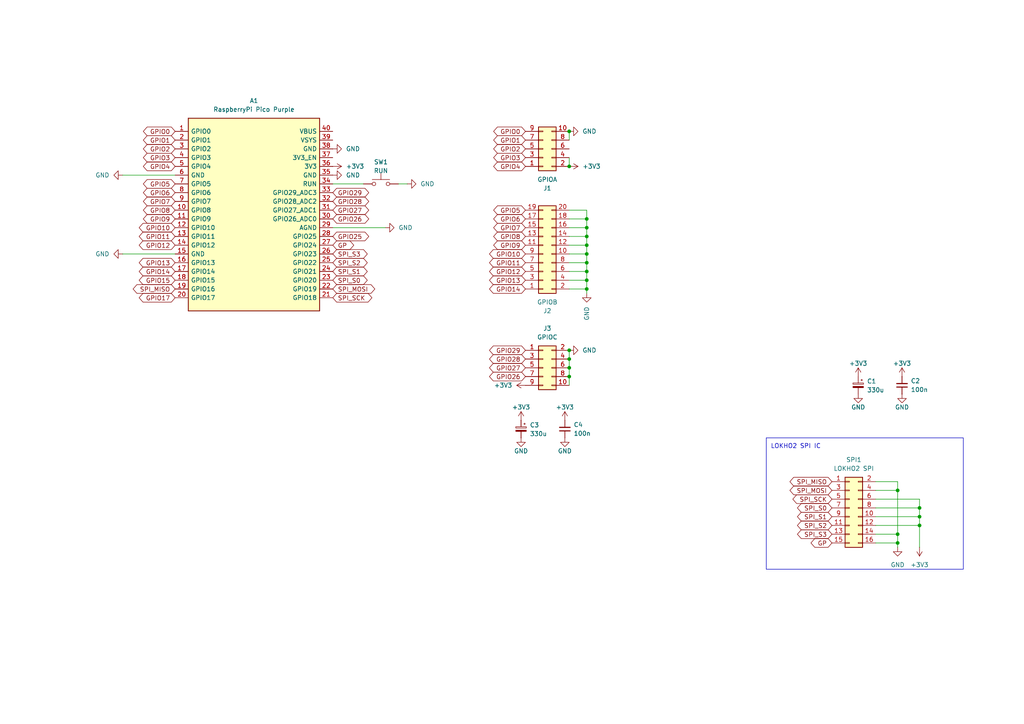
<source format=kicad_sch>
(kicad_sch (version 20250114) (generator "eeschema") (generator_version "9.0")
  (paper "A4")
  (lib_symbols
    (symbol "Connector_Generic:Conn_02x05_Odd_Even" (pin_names (offset 1.016) (hide yes))
      (property "Reference" "J" (at 1.27 7.62 0))
      (property "Value" "Conn_02x05_Odd_Even" (at 1.27 -7.62 0))
      (symbol "Conn_02x05_Odd_Even_1_1"
        (rectangle (start -1.27 6.35) (end 3.81 -6.35) (stroke (width 0.254)) (fill (type background)))
        (rectangle (start -1.27 5.207) (end 0 4.953) (stroke (width 0.1524)))
        (rectangle (start -1.27 2.667) (end 0 2.413) (stroke (width 0.1524)))
        (rectangle (start -1.27 0.127) (end 0 -0.127) (stroke (width 0.1524)))
        (rectangle (start -1.27 -2.413) (end 0 -2.667) (stroke (width 0.1524)))
        (rectangle (start -1.27 -4.953) (end 0 -5.207) (stroke (width 0.1524)))
        (rectangle (start 3.81 5.207) (end 2.54 4.953) (stroke (width 0.1524)))
        (rectangle (start 3.81 2.667) (end 2.54 2.413) (stroke (width 0.1524)))
        (rectangle (start 3.81 0.127) (end 2.54 -0.127) (stroke (width 0.1524)))
        (rectangle (start 3.81 -2.413) (end 2.54 -2.667) (stroke (width 0.1524)))
        (rectangle (start 3.81 -4.953) (end 2.54 -5.207) (stroke (width 0.1524)))
        (pin passive line (at -5.08 5.08 0) (length 3.81) (name "Pin_1") (number "1"))
        (pin passive line (at -5.08 2.54 0) (length 3.81) (name "Pin_3") (number "3"))
        (pin passive line (at -5.08 0 0) (length 3.81) (name "Pin_5") (number "5"))
        (pin passive line (at -5.08 -2.54 0) (length 3.81) (name "Pin_7") (number "7"))
        (pin passive line (at -5.08 -5.08 0) (length 3.81) (name "Pin_9") (number "9"))
        (pin passive line (at 7.62 5.08 180) (length 3.81) (name "Pin_2") (number "2"))
        (pin passive line (at 7.62 2.54 180) (length 3.81) (name "Pin_4") (number "4"))
        (pin passive line (at 7.62 0 180) (length 3.81) (name "Pin_6") (number "6"))
        (pin passive line (at 7.62 -2.54 180) (length 3.81) (name "Pin_8") (number "8"))
        (pin passive line (at 7.62 -5.08 180) (length 3.81) (name "Pin_10") (number "10"))
      )
    )
    (symbol "Connector_Generic:Conn_02x08_Odd_Even" (pin_names (offset 1.016) (hide yes))
      (property "Reference" "J" (at 1.27 10.16 0))
      (property "Value" "Conn_02x08_Odd_Even" (at 1.27 -12.7 0))
      (symbol "Conn_02x08_Odd_Even_1_1"
        (rectangle (start -1.27 8.89) (end 3.81 -11.43) (stroke (width 0.254)) (fill (type background)))
        (rectangle (start -1.27 7.747) (end 0 7.493) (stroke (width 0.1524)))
        (rectangle (start -1.27 5.207) (end 0 4.953) (stroke (width 0.1524)))
        (rectangle (start -1.27 2.667) (end 0 2.413) (stroke (width 0.1524)))
        (rectangle (start -1.27 0.127) (end 0 -0.127) (stroke (width 0.1524)))
        (rectangle (start -1.27 -2.413) (end 0 -2.667) (stroke (width 0.1524)))
        (rectangle (start -1.27 -4.953) (end 0 -5.207) (stroke (width 0.1524)))
        (rectangle (start -1.27 -7.493) (end 0 -7.747) (stroke (width 0.1524)))
        (rectangle (start -1.27 -10.033) (end 0 -10.287) (stroke (width 0.1524)))
        (rectangle (start 3.81 7.747) (end 2.54 7.493) (stroke (width 0.1524)))
        (rectangle (start 3.81 5.207) (end 2.54 4.953) (stroke (width 0.1524)))
        (rectangle (start 3.81 2.667) (end 2.54 2.413) (stroke (width 0.1524)))
        (rectangle (start 3.81 0.127) (end 2.54 -0.127) (stroke (width 0.1524)))
        (rectangle (start 3.81 -2.413) (end 2.54 -2.667) (stroke (width 0.1524)))
        (rectangle (start 3.81 -4.953) (end 2.54 -5.207) (stroke (width 0.1524)))
        (rectangle (start 3.81 -7.493) (end 2.54 -7.747) (stroke (width 0.1524)))
        (rectangle (start 3.81 -10.033) (end 2.54 -10.287) (stroke (width 0.1524)))
        (pin passive line (at -5.08 7.62 0) (length 3.81) (name "Pin_1") (number "1"))
        (pin passive line (at -5.08 5.08 0) (length 3.81) (name "Pin_3") (number "3"))
        (pin passive line (at -5.08 2.54 0) (length 3.81) (name "Pin_5") (number "5"))
        (pin passive line (at -5.08 0 0) (length 3.81) (name "Pin_7") (number "7"))
        (pin passive line (at -5.08 -2.54 0) (length 3.81) (name "Pin_9") (number "9"))
        (pin passive line (at -5.08 -5.08 0) (length 3.81) (name "Pin_11") (number "11"))
        (pin passive line (at -5.08 -7.62 0) (length 3.81) (name "Pin_13") (number "13"))
        (pin passive line (at -5.08 -10.16 0) (length 3.81) (name "Pin_15") (number "15"))
        (pin passive line (at 7.62 7.62 180) (length 3.81) (name "Pin_2") (number "2"))
        (pin passive line (at 7.62 5.08 180) (length 3.81) (name "Pin_4") (number "4"))
        (pin passive line (at 7.62 2.54 180) (length 3.81) (name "Pin_6") (number "6"))
        (pin passive line (at 7.62 0 180) (length 3.81) (name "Pin_8") (number "8"))
        (pin passive line (at 7.62 -2.54 180) (length 3.81) (name "Pin_10") (number "10"))
        (pin passive line (at 7.62 -5.08 180) (length 3.81) (name "Pin_12") (number "12"))
        (pin passive line (at 7.62 -7.62 180) (length 3.81) (name "Pin_14") (number "14"))
        (pin passive line (at 7.62 -10.16 180) (length 3.81) (name "Pin_16") (number "16"))
      )
    )
    (symbol "Connector_Generic:Conn_02x10_Odd_Even" (pin_names (offset 1.016) (hide yes))
      (property "Reference" "J" (at 1.27 12.7 0))
      (property "Value" "Conn_02x10_Odd_Even" (at 1.27 -15.24 0))
      (symbol "Conn_02x10_Odd_Even_1_1"
        (rectangle (start -1.27 11.43) (end 3.81 -13.97) (stroke (width 0.254)) (fill (type background)))
        (rectangle (start -1.27 10.287) (end 0 10.033) (stroke (width 0.1524)))
        (rectangle (start -1.27 7.747) (end 0 7.493) (stroke (width 0.1524)))
        (rectangle (start -1.27 5.207) (end 0 4.953) (stroke (width 0.1524)))
        (rectangle (start -1.27 2.667) (end 0 2.413) (stroke (width 0.1524)))
        (rectangle (start -1.27 0.127) (end 0 -0.127) (stroke (width 0.1524)))
        (rectangle (start -1.27 -2.413) (end 0 -2.667) (stroke (width 0.1524)))
        (rectangle (start -1.27 -4.953) (end 0 -5.207) (stroke (width 0.1524)))
        (rectangle (start -1.27 -7.493) (end 0 -7.747) (stroke (width 0.1524)))
        (rectangle (start -1.27 -10.033) (end 0 -10.287) (stroke (width 0.1524)))
        (rectangle (start -1.27 -12.573) (end 0 -12.827) (stroke (width 0.1524)))
        (rectangle (start 3.81 10.287) (end 2.54 10.033) (stroke (width 0.1524)))
        (rectangle (start 3.81 7.747) (end 2.54 7.493) (stroke (width 0.1524)))
        (rectangle (start 3.81 5.207) (end 2.54 4.953) (stroke (width 0.1524)))
        (rectangle (start 3.81 2.667) (end 2.54 2.413) (stroke (width 0.1524)))
        (rectangle (start 3.81 0.127) (end 2.54 -0.127) (stroke (width 0.1524)))
        (rectangle (start 3.81 -2.413) (end 2.54 -2.667) (stroke (width 0.1524)))
        (rectangle (start 3.81 -4.953) (end 2.54 -5.207) (stroke (width 0.1524)))
        (rectangle (start 3.81 -7.493) (end 2.54 -7.747) (stroke (width 0.1524)))
        (rectangle (start 3.81 -10.033) (end 2.54 -10.287) (stroke (width 0.1524)))
        (rectangle (start 3.81 -12.573) (end 2.54 -12.827) (stroke (width 0.1524)))
        (pin passive line (at -5.08 10.16 0) (length 3.81) (name "Pin_1") (number "1"))
        (pin passive line (at -5.08 7.62 0) (length 3.81) (name "Pin_3") (number "3"))
        (pin passive line (at -5.08 5.08 0) (length 3.81) (name "Pin_5") (number "5"))
        (pin passive line (at -5.08 2.54 0) (length 3.81) (name "Pin_7") (number "7"))
        (pin passive line (at -5.08 0 0) (length 3.81) (name "Pin_9") (number "9"))
        (pin passive line (at -5.08 -2.54 0) (length 3.81) (name "Pin_11") (number "11"))
        (pin passive line (at -5.08 -5.08 0) (length 3.81) (name "Pin_13") (number "13"))
        (pin passive line (at -5.08 -7.62 0) (length 3.81) (name "Pin_15") (number "15"))
        (pin passive line (at -5.08 -10.16 0) (length 3.81) (name "Pin_17") (number "17"))
        (pin passive line (at -5.08 -12.7 0) (length 3.81) (name "Pin_19") (number "19"))
        (pin passive line (at 7.62 10.16 180) (length 3.81) (name "Pin_2") (number "2"))
        (pin passive line (at 7.62 7.62 180) (length 3.81) (name "Pin_4") (number "4"))
        (pin passive line (at 7.62 5.08 180) (length 3.81) (name "Pin_6") (number "6"))
        (pin passive line (at 7.62 2.54 180) (length 3.81) (name "Pin_8") (number "8"))
        (pin passive line (at 7.62 0 180) (length 3.81) (name "Pin_10") (number "10"))
        (pin passive line (at 7.62 -2.54 180) (length 3.81) (name "Pin_12") (number "12"))
        (pin passive line (at 7.62 -5.08 180) (length 3.81) (name "Pin_14") (number "14"))
        (pin passive line (at 7.62 -7.62 180) (length 3.81) (name "Pin_16") (number "16"))
        (pin passive line (at 7.62 -10.16 180) (length 3.81) (name "Pin_18") (number "18"))
        (pin passive line (at 7.62 -12.7 180) (length 3.81) (name "Pin_20") (number "20"))
      )
    )
    (symbol "Device:C_Polarized_Small" (pin_numbers (hide yes)) (pin_names (offset 0.254) (hide yes))
      (property "Reference" "C" (at 0.254 1.778 0))
      (property "Value" "C_Polarized_Small" (at 0.254 -2.032 0))
      (symbol "C_Polarized_Small_0_1"
        (rectangle (start -1.524 0.6858) (end 1.524 0.3048))
        (rectangle (start -1.524 -0.3048) (end 1.524 -0.6858) (fill (type outline)))
        (polyline (pts (xy -1.27 1.524) (xy -0.762 1.524)))
        (polyline (pts (xy -1.016 1.27) (xy -1.016 1.778)))
      )
      (symbol "C_Polarized_Small_1_1"
        (pin passive line (at 0 2.54 270) (length 1.8542) (name "~") (number "1"))
        (pin passive line (at 0 -2.54 90) (length 1.8542) (name "~") (number "2"))
      )
    )
    (symbol "Device:C_Small" (pin_numbers (hide yes)) (pin_names (offset 0.254) (hide yes))
      (property "Reference" "C" (at 0.254 1.778 0))
      (property "Value" "C_Small" (at 0.254 -2.032 0))
      (symbol "C_Small_0_1"
        (polyline (pts (xy -1.524 0.508) (xy 1.524 0.508)) (stroke (width 0.3048)))
        (polyline (pts (xy -1.524 -0.508) (xy 1.524 -0.508)) (stroke (width 0.3302)))
      )
      (symbol "C_Small_1_1"
        (pin passive line (at 0 2.54 270) (length 2.032) (name "~") (number "1"))
        (pin passive line (at 0 -2.54 90) (length 2.032) (name "~") (number "2"))
      )
    )
    (symbol "Switch:SW_Push" (pin_numbers (hide yes)) (pin_names (offset 1.016) (hide yes))
      (property "Reference" "SW" (at 1.27 2.54 0))
      (property "Value" "SW_Push" (at 0 -1.524 0))
      (symbol "SW_Push_0_1"
        (circle (center -2.032 0) (radius 0.508))
        (polyline (pts (xy 0 1.27) (xy 0 3.048)))
        (circle (center 2.032 0) (radius 0.508))
        (polyline (pts (xy 2.54 1.27) (xy -2.54 1.27)))
        (pin passive line (at -5.08 0 0) (length 2.54) (name "1") (number "1"))
        (pin passive line (at 5.08 0 180) (length 2.54) (name "2") (number "2"))
      )
    )
    (symbol "jb_missing:RaspberryPi_Pico_Purple" (pin_names (offset 0.762))
      (property "Reference" "A" (at -19.05 35.56 0))
      (property "Value" "RaspberryPi Pico Purple" (at -12.192 35.814 0))
      (symbol "RaspberryPi_Pico_Purple_0_1"
        (rectangle (start -19.05 34.29) (end 19.05 -21.59) (stroke (width 0.254)) (fill (type background)))
      )
      (symbol "RaspberryPi_Pico_Purple_1_1"
        (pin bidirectional line (at -22.86 30.48 0) (length 3.81) (name "GPIO0") (number "1"))
        (pin bidirectional line (at -22.86 27.94 0) (length 3.81) (name "GPIO1") (number "2"))
        (pin bidirectional line (at -22.86 25.4 0) (length 3.81) (name "GPIO2") (number "3"))
        (pin bidirectional line (at -22.86 22.86 0) (length 3.81) (name "GPIO3") (number "4"))
        (pin bidirectional line (at -22.86 20.32 0) (length 3.81) (name "GPIO4") (number "5"))
        (pin power_out line (at -22.86 17.78 0) (length 3.81) (name "GND") (number "6"))
        (pin bidirectional line (at -22.86 15.24 0) (length 3.81) (name "GPIO5") (number "7"))
        (pin bidirectional line (at -22.86 12.7 0) (length 3.81) (name "GPIO6") (number "8"))
        (pin bidirectional line (at -22.86 10.16 0) (length 3.81) (name "GPIO7") (number "9"))
        (pin bidirectional line (at -22.86 7.62 0) (length 3.81) (name "GPIO8") (number "10"))
        (pin bidirectional line (at -22.86 5.08 0) (length 3.81) (name "GPIO9") (number "11"))
        (pin bidirectional line (at -22.86 2.54 0) (length 3.81) (name "GPIO10") (number "12"))
        (pin bidirectional line (at -22.86 0 0) (length 3.81) (name "GPIO11") (number "13"))
        (pin bidirectional line (at -22.86 -2.54 0) (length 3.81) (name "GPIO12") (number "14"))
        (pin power_out line (at -22.86 -5.08 0) (length 3.81) (name "GND") (number "15"))
        (pin bidirectional line (at -22.86 -7.62 0) (length 3.81) (name "GPIO13") (number "16"))
        (pin bidirectional line (at -22.86 -10.16 0) (length 3.81) (name "GPIO14") (number "17"))
        (pin bidirectional line (at -22.86 -12.7 0) (length 3.81) (name "GPIO15") (number "18"))
        (pin bidirectional line (at -22.86 -15.24 0) (length 3.81) (name "GPIO16") (number "19"))
        (pin bidirectional line (at -22.86 -17.78 0) (length 3.81) (name "GPIO17") (number "20"))
        (pin power_out line (at 22.86 30.48 180) (length 3.81) (name "VBUS") (number "40"))
        (pin power_in line (at 22.86 27.94 180) (length 3.81) (name "VSYS") (number "39"))
        (pin power_out line (at 22.86 25.4 180) (length 3.81) (name "GND") (number "38"))
        (pin passive line (at 22.86 22.86 180) (length 3.81) (name "3V3_EN") (number "37"))
        (pin power_out line (at 22.86 20.32 180) (length 3.81) (name "3V3") (number "36"))
        (pin power_out line (at 22.86 17.78 180) (length 3.81) (name "GND") (number "35"))
        (pin passive line (at 22.86 15.24 180) (length 3.81) (name "RUN") (number "34"))
        (pin bidirectional line (at 22.86 12.7 180) (length 3.81) (name "GPIO29_ADC3") (number "33"))
        (pin bidirectional line (at 22.86 10.16 180) (length 3.81) (name "GPIO28_ADC2") (number "32"))
        (pin bidirectional line (at 22.86 7.62 180) (length 3.81) (name "GPIO27_ADC1") (number "31"))
        (pin bidirectional line (at 22.86 5.08 180) (length 3.81) (name "GPIO26_ADC0") (number "30"))
        (pin power_out line (at 22.86 2.54 180) (length 3.81) (name "AGND") (number "29"))
        (pin bidirectional line (at 22.86 0 180) (length 3.81) (name "GPIO25") (number "28"))
        (pin bidirectional line (at 22.86 -2.54 180) (length 3.81) (name "GPIO24") (number "27"))
        (pin bidirectional line (at 22.86 -5.08 180) (length 3.81) (name "GPIO23") (number "26"))
        (pin bidirectional line (at 22.86 -7.62 180) (length 3.81) (name "GPIO22") (number "25"))
        (pin bidirectional line (at 22.86 -10.16 180) (length 3.81) (name "GPIO21") (number "24"))
        (pin bidirectional line (at 22.86 -12.7 180) (length 3.81) (name "GPIO20") (number "23"))
        (pin bidirectional line (at 22.86 -15.24 180) (length 3.81) (name "GPIO19") (number "22"))
        (pin bidirectional line (at 22.86 -17.78 180) (length 3.81) (name "GPIO18") (number "21"))
      )
    )
    (symbol "power:+3V3" (power) (pin_numbers (hide yes)) (pin_names (offset 0) (hide yes))
      (property "Value" "+3V3" (at 0 3.556 0))
      (symbol "+3V3_0_1"
        (polyline (pts (xy -0.762 1.27) (xy 0 2.54)))
        (polyline (pts (xy 0 2.54) (xy 0.762 1.27)))
        (polyline (pts (xy 0 0) (xy 0 2.54)))
      )
      (symbol "+3V3_1_1"
        (pin power_in line (at 0 0 90) (length 0) (name "~") (number "1"))
      )
    )
    (symbol "power:GND" (power) (pin_numbers (hide yes)) (pin_names (offset 0) (hide yes))
      (property "Value" "GND" (at 0 -3.81 0))
      (symbol "GND_0_1"
        (polyline (pts (xy 0 0) (xy 0 -1.27) (xy 1.27 -1.27) (xy 0 -2.54) (xy -1.27 -1.27) (xy 0 -1.27)))
      )
      (symbol "GND_1_1"
        (pin power_in line (at 0 0 270) (length 0) (name "~") (number "1"))
      )
    )
  )
  (rectangle (start 222.25 127) (end 279.4 165.1))
  (text "LOKHO2 SPI IC" (at 223.52 129.54 0) (effects (font (size 1.27 1.27)) (justify left)))
  (junction (at 165.1 106.68))
  (junction (at 266.7 152.4))
  (junction (at 165.1 104.14))
  (junction (at 170.18 76.2))
  (junction (at 170.18 71.12))
  (junction (at 170.18 78.74))
  (junction (at 165.1 48.26))
  (junction (at 165.1 38.1))
  (junction (at 170.18 81.28))
  (junction (at 165.1 109.22))
  (junction (at 165.1 101.6))
  (junction (at 170.18 63.5))
  (junction (at 170.18 66.04))
  (junction (at 266.7 149.86))
  (junction (at 266.7 147.32))
  (junction (at 170.18 73.66))
  (junction (at 260.35 142.24))
  (junction (at 170.18 83.82))
  (junction (at 260.35 154.94))
  (junction (at 170.18 68.58))
  (junction (at 260.35 157.48))
  (wire (pts (xy 165.1 81.28) (xy 170.18 81.28)))
  (wire (pts (xy 165.1 38.1) (xy 165.1 40.64)))
  (wire (pts (xy 170.18 60.96) (xy 165.1 60.96)))
  (wire (pts (xy 266.7 147.32) (xy 266.7 149.86)))
  (wire (pts (xy 105.41 53.34) (xy 96.52 53.34)))
  (wire (pts (xy 165.1 83.82) (xy 170.18 83.82)))
  (wire (pts (xy 266.7 144.78) (xy 266.7 147.32)))
  (wire (pts (xy 170.18 68.58) (xy 170.18 66.04)))
  (wire (pts (xy 260.35 139.7) (xy 260.35 142.24)))
  (wire (pts (xy 254 154.94) (xy 260.35 154.94)))
  (wire (pts (xy 165.1 63.5) (xy 170.18 63.5)))
  (wire (pts (xy 254 152.4) (xy 266.7 152.4)))
  (wire (pts (xy 260.35 157.48) (xy 254 157.48)))
  (wire (pts (xy 50.8 50.8) (xy 35.56 50.8)))
  (wire (pts (xy 165.1 104.14) (xy 165.1 106.68)))
  (wire (pts (xy 165.1 76.2) (xy 170.18 76.2)))
  (wire (pts (xy 170.18 85.09) (xy 170.18 83.82)))
  (wire (pts (xy 254 147.32) (xy 266.7 147.32)))
  (wire (pts (xy 260.35 158.75) (xy 260.35 157.48)))
  (wire (pts (xy 254 142.24) (xy 260.35 142.24)))
  (wire (pts (xy 50.8 73.66) (xy 35.56 73.66)))
  (wire (pts (xy 165.1 66.04) (xy 170.18 66.04)))
  (wire (pts (xy 165.1 78.74) (xy 170.18 78.74)))
  (wire (pts (xy 165.1 71.12) (xy 170.18 71.12)))
  (wire (pts (xy 254 144.78) (xy 266.7 144.78)))
  (wire (pts (xy 254 149.86) (xy 266.7 149.86)))
  (wire (pts (xy 260.35 154.94) (xy 260.35 157.48)))
  (wire (pts (xy 170.18 81.28) (xy 170.18 78.74)))
  (wire (pts (xy 266.7 152.4) (xy 266.7 149.86)))
  (wire (pts (xy 170.18 76.2) (xy 170.18 73.66)))
  (wire (pts (xy 170.18 78.74) (xy 170.18 76.2)))
  (wire (pts (xy 170.18 63.5) (xy 170.18 60.96)))
  (wire (pts (xy 254 139.7) (xy 260.35 139.7)))
  (wire (pts (xy 170.18 83.82) (xy 170.18 81.28)))
  (wire (pts (xy 118.11 53.34) (xy 115.57 53.34)))
  (wire (pts (xy 170.18 73.66) (xy 170.18 71.12)))
  (wire (pts (xy 165.1 68.58) (xy 170.18 68.58)))
  (wire (pts (xy 260.35 142.24) (xy 260.35 154.94)))
  (wire (pts (xy 165.1 101.6) (xy 165.1 104.14)))
  (wire (pts (xy 266.7 158.75) (xy 266.7 152.4)))
  (wire (pts (xy 165.1 106.68) (xy 165.1 109.22)))
  (wire (pts (xy 170.18 71.12) (xy 170.18 68.58)))
  (wire (pts (xy 165.1 45.72) (xy 165.1 48.26)))
  (wire (pts (xy 170.18 66.04) (xy 170.18 63.5)))
  (wire (pts (xy 165.1 109.22) (xy 165.1 111.76)))
  (wire (pts (xy 96.52 66.04) (xy 111.76 66.04)))
  (wire (pts (xy 165.1 73.66) (xy 170.18 73.66)))
  (global_label "GPIO27" (shape bidirectional) (at 152.4 106.68 180) (property "Intersheetrefs" "${INTERSHEET_REFS}" (effects (hide yes))))
  (global_label "GPIO14" (shape bidirectional) (at 50.8 78.74 180) (property "Intersheetrefs" "${INTERSHEET_REFS}" (effects (hide yes))))
  (global_label "GPIO6" (shape bidirectional) (at 50.8 55.88 180) (property "Intersheetrefs" "${INTERSHEET_REFS}" (effects (hide yes))))
  (global_label "GPIO12" (shape bidirectional) (at 50.8 71.12 180) (property "Intersheetrefs" "${INTERSHEET_REFS}" (effects (hide yes))))
  (global_label "GPIO29" (shape bidirectional) (at 152.4 101.6 180) (property "Intersheetrefs" "${INTERSHEET_REFS}" (effects (hide yes))))
  (global_label "SPI_SCK" (shape bidirectional) (at 96.52 86.36 0) (property "Intersheetrefs" "${INTERSHEET_REFS}" (effects (hide yes))))
  (global_label "GPIO13" (shape bidirectional) (at 50.8 76.2 180) (property "Intersheetrefs" "${INTERSHEET_REFS}" (effects (hide yes))))
  (global_label "GPIO7" (shape bidirectional) (at 50.8 58.42 180) (property "Intersheetrefs" "${INTERSHEET_REFS}" (effects (hide yes))))
  (global_label "GPIO5" (shape bidirectional) (at 152.4 60.96 180) (property "Intersheetrefs" "${INTERSHEET_REFS}" (effects (hide yes))))
  (global_label "GPIO6" (shape bidirectional) (at 152.4 63.5 180) (property "Intersheetrefs" "${INTERSHEET_REFS}" (effects (hide yes))))
  (global_label "GPIO3" (shape bidirectional) (at 152.4 45.72 180) (property "Intersheetrefs" "${INTERSHEET_REFS}" (effects (hide yes))))
  (global_label "SPI_S0" (shape bidirectional) (at 96.52 81.28 0) (property "Intersheetrefs" "${INTERSHEET_REFS}" (effects (hide yes))))
  (global_label "SPI_S3" (shape bidirectional) (at 96.52 73.66 0) (property "Intersheetrefs" "${INTERSHEET_REFS}" (effects (hide yes))))
  (global_label "GPIO8" (shape bidirectional) (at 152.4 68.58 180) (property "Intersheetrefs" "${INTERSHEET_REFS}" (effects (hide yes))))
  (global_label "GPIO26" (shape bidirectional) (at 96.52 63.5 0) (property "Intersheetrefs" "${INTERSHEET_REFS}" (effects (hide yes))))
  (global_label "GPIO10" (shape bidirectional) (at 152.4 73.66 180) (property "Intersheetrefs" "${INTERSHEET_REFS}" (effects (hide yes))))
  (global_label "SPI_S3" (shape bidirectional) (at 241.3 154.94 180) (property "Intersheetrefs" "${INTERSHEET_REFS}" (effects (hide yes))))
  (global_label "GPIO28" (shape bidirectional) (at 152.4 104.14 180) (property "Intersheetrefs" "${INTERSHEET_REFS}" (effects (hide yes))))
  (global_label "GPIO8" (shape bidirectional) (at 50.8 60.96 180) (property "Intersheetrefs" "${INTERSHEET_REFS}" (effects (hide yes))))
  (global_label "GPIO12" (shape bidirectional) (at 152.4 78.74 180) (property "Intersheetrefs" "${INTERSHEET_REFS}" (effects (hide yes))))
  (global_label "SPI_S2" (shape bidirectional) (at 96.52 76.2 0) (property "Intersheetrefs" "${INTERSHEET_REFS}" (effects (hide yes))))
  (global_label "GP" (shape bidirectional) (at 96.52 71.12 0) (property "Intersheetrefs" "${INTERSHEET_REFS}" (effects (hide yes))))
  (global_label "SPI_MISO" (shape bidirectional) (at 241.3 139.7 180) (property "Intersheetrefs" "${INTERSHEET_REFS}" (effects (hide yes))))
  (global_label "GPIO15" (shape bidirectional) (at 50.8 81.28 180) (property "Intersheetrefs" "${INTERSHEET_REFS}" (effects (hide yes))))
  (global_label "SPI_S1" (shape bidirectional) (at 96.52 78.74 0) (property "Intersheetrefs" "${INTERSHEET_REFS}" (effects (hide yes))))
  (global_label "GPIO4" (shape bidirectional) (at 152.4 48.26 180) (property "Intersheetrefs" "${INTERSHEET_REFS}" (effects (hide yes))))
  (global_label "GPIO11" (shape bidirectional) (at 152.4 76.2 180) (property "Intersheetrefs" "${INTERSHEET_REFS}" (effects (hide yes))))
  (global_label "GPIO1" (shape bidirectional) (at 152.4 40.64 180) (property "Intersheetrefs" "${INTERSHEET_REFS}" (effects (hide yes))))
  (global_label "GPIO1" (shape bidirectional) (at 50.8 40.64 180) (property "Intersheetrefs" "${INTERSHEET_REFS}" (effects (hide yes))))
  (global_label "GPIO10" (shape bidirectional) (at 50.8 66.04 180) (property "Intersheetrefs" "${INTERSHEET_REFS}" (effects (hide yes))))
  (global_label "GPIO7" (shape bidirectional) (at 152.4 66.04 180) (property "Intersheetrefs" "${INTERSHEET_REFS}" (effects (hide yes))))
  (global_label "GPIO17" (shape bidirectional) (at 50.8 86.36 180) (property "Intersheetrefs" "${INTERSHEET_REFS}" (effects (hide yes))))
  (global_label "SPI_S1" (shape bidirectional) (at 241.3 149.86 180) (property "Intersheetrefs" "${INTERSHEET_REFS}" (effects (hide yes))))
  (global_label "GPIO27" (shape bidirectional) (at 96.52 60.96 0) (property "Intersheetrefs" "${INTERSHEET_REFS}" (effects (hide yes))))
  (global_label "GPIO13" (shape bidirectional) (at 152.4 81.28 180) (property "Intersheetrefs" "${INTERSHEET_REFS}" (effects (hide yes))))
  (global_label "GPIO2" (shape bidirectional) (at 50.8 43.18 180) (property "Intersheetrefs" "${INTERSHEET_REFS}" (effects (hide yes))))
  (global_label "GPIO9" (shape bidirectional) (at 152.4 71.12 180) (property "Intersheetrefs" "${INTERSHEET_REFS}" (effects (hide yes))))
  (global_label "GPIO11" (shape bidirectional) (at 50.8 68.58 180) (property "Intersheetrefs" "${INTERSHEET_REFS}" (effects (hide yes))))
  (global_label "GPIO4" (shape bidirectional) (at 50.8 48.26 180) (property "Intersheetrefs" "${INTERSHEET_REFS}" (effects (hide yes))))
  (global_label "GPIO5" (shape bidirectional) (at 50.8 53.34 180) (property "Intersheetrefs" "${INTERSHEET_REFS}" (effects (hide yes))))
  (global_label "GPIO29" (shape bidirectional) (at 96.52 55.88 0) (property "Intersheetrefs" "${INTERSHEET_REFS}" (effects (hide yes))))
  (global_label "SPI_SCK" (shape bidirectional) (at 241.3 144.78 180) (property "Intersheetrefs" "${INTERSHEET_REFS}" (effects (hide yes))))
  (global_label "GPIO0" (shape bidirectional) (at 152.4 38.1 180) (property "Intersheetrefs" "${INTERSHEET_REFS}" (effects (hide yes))))
  (global_label "GPIO9" (shape bidirectional) (at 50.8 63.5 180) (property "Intersheetrefs" "${INTERSHEET_REFS}" (effects (hide yes))))
  (global_label "GPIO2" (shape bidirectional) (at 152.4 43.18 180) (property "Intersheetrefs" "${INTERSHEET_REFS}" (effects (hide yes))))
  (global_label "SPI_MOSI" (shape bidirectional) (at 96.52 83.82 0) (property "Intersheetrefs" "${INTERSHEET_REFS}" (effects (hide yes))))
  (global_label "GPIO14" (shape bidirectional) (at 152.4 83.82 180) (property "Intersheetrefs" "${INTERSHEET_REFS}" (effects (hide yes))))
  (global_label "GPIO28" (shape bidirectional) (at 96.52 58.42 0) (property "Intersheetrefs" "${INTERSHEET_REFS}" (effects (hide yes))))
  (global_label "GP" (shape bidirectional) (at 241.3 157.48 180) (property "Intersheetrefs" "${INTERSHEET_REFS}" (effects (hide yes))))
  (global_label "GPIO26" (shape bidirectional) (at 152.4 109.22 180) (property "Intersheetrefs" "${INTERSHEET_REFS}" (effects (hide yes))))
  (global_label "GPIO0" (shape bidirectional) (at 50.8 38.1 180) (property "Intersheetrefs" "${INTERSHEET_REFS}" (effects (hide yes))))
  (global_label "GPIO25" (shape bidirectional) (at 96.52 68.58 0) (property "Intersheetrefs" "${INTERSHEET_REFS}" (effects (hide yes))))
  (global_label "SPI_S2" (shape bidirectional) (at 241.3 152.4 180) (property "Intersheetrefs" "${INTERSHEET_REFS}" (effects (hide yes))))
  (global_label "SPI_MOSI" (shape bidirectional) (at 241.3 142.24 180) (property "Intersheetrefs" "${INTERSHEET_REFS}" (effects (hide yes))))
  (global_label "SPI_MISO" (shape bidirectional) (at 50.8 83.82 180) (property "Intersheetrefs" "${INTERSHEET_REFS}" (effects (hide yes))))
  (global_label "SPI_S0" (shape bidirectional) (at 241.3 147.32 180) (property "Intersheetrefs" "${INTERSHEET_REFS}" (effects (hide yes))))
  (global_label "GPIO3" (shape bidirectional) (at 50.8 45.72 180) (property "Intersheetrefs" "${INTERSHEET_REFS}" (effects (hide yes))))
  (symbol (lib_id "power:GND") (at 165.1 38.1 90) (mirror x) (unit 1)
    (property "Reference" "#PWR08" (effects (hide yes)))
    (property "Value" "GND" (at 168.91 38.1 90) (effects (justify right)))
  )
  (symbol (lib_id "power:GND") (at 96.52 43.18 90) (mirror x) (unit 1)
    (property "Reference" "#PWR03" (effects (hide yes)))
    (property "Value" "GND" (at 100.33 43.18 90) (effects (justify right)))
  )
  (symbol (lib_id "power:+3V3") (at 163.83 121.92 0) (unit 1)
    (property "Reference" "#PWR015" (effects (hide yes)))
    (property "Value" "+3V3" (at 163.83 118.11 0))
  )
  (symbol (lib_id "power:GND") (at 261.62 114.3 0) (unit 1)
    (property "Reference" "#PWR0106" (effects (hide yes)))
    (property "Value" "GND" (at 261.62 118.11 0))
  )
  (symbol (lib_id "power:GND") (at 165.1 101.6 90) (mirror x) (unit 1)
    (property "Reference" "#PWR010" (effects (hide yes)))
    (property "Value" "GND" (at 168.91 101.6 90) (effects (justify right)))
  )
  (symbol (lib_id "power:GND") (at 118.11 53.34 90) (mirror x) (unit 1)
    (property "Reference" "#PWR06" (effects (hide yes)))
    (property "Value" "GND" (at 121.92 53.34 90) (effects (justify right)))
  )
  (symbol (lib_id "Connector_Generic:Conn_02x05_Odd_Even") (at 157.48 106.68 0) (unit 1)
    (property "Reference" "J3" (at 158.75 95.25 0))
    (property "Value" "GPIOC" (at 158.75 97.79 0))
    (property "Footprint" "Connector_PinHeader_2.54mm:PinHeader_2x05_P2.54mm_Horizontal" (effects (hide yes)))
    (property "Description" "Generic connector, double row, 02x05, odd/even pin numbering scheme (row 1 odd numbers, row 2 even numbers), script generated (kicad-library-utils/schlib/autogen/connector/)" (effects (hide yes)))
  )
  (symbol (lib_id "power:GND") (at 163.83 127 0) (unit 1)
    (property "Reference" "#PWR016" (effects (hide yes)))
    (property "Value" "GND" (at 163.83 130.81 0))
  )
  (symbol (lib_id "power:+3V3") (at 248.92 109.22 0) (unit 1)
    (property "Reference" "#PWR0105" (effects (hide yes)))
    (property "Value" "+3V3" (at 248.92 105.41 0))
  )
  (symbol (lib_id "power:GND") (at 248.92 114.3 0) (unit 1)
    (property "Reference" "#PWR0108" (effects (hide yes)))
    (property "Value" "GND" (at 248.92 118.11 0))
  )
  (symbol (lib_id "power:GND") (at 96.52 50.8 90) (mirror x) (unit 1)
    (property "Reference" "#PWR02" (effects (hide yes)))
    (property "Value" "GND" (at 100.33 50.8 90) (effects (justify right)))
  )
  (symbol (lib_id "power:+3V3") (at 96.52 48.26 270) (unit 1)
    (property "Reference" "#PWR07" (effects (hide yes)))
    (property "Value" "+3V3" (at 100.33 48.26 90) (effects (justify left)))
  )
  (symbol (lib_id "power:GND") (at 35.56 73.66 270) (unit 1)
    (property "Reference" "#PWR05" (effects (hide yes)))
    (property "Value" "GND" (at 31.75 73.66 90) (effects (justify right)))
  )
  (symbol (lib_id "Switch:SW_Push") (at 110.49 53.34 0) (mirror y) (unit 1)
    (property "Reference" "SW1" (at 110.49 46.99 0))
    (property "Value" "RUN" (at 110.49 49.53 0))
    (property "Footprint" "Button_Switch_THT:SW_PUSH_6mm" (effects (hide yes)))
  )
  (symbol (lib_id "Connector_Generic:Conn_02x10_Odd_Even") (at 157.48 73.66 0) (mirror x) (unit 1)
    (property "Reference" "J2" (at 158.75 90.17 0))
    (property "Value" "GPIOB" (at 158.75 87.63 0))
    (property "Footprint" "Connector_PinHeader_2.54mm:PinHeader_2x10_P2.54mm_Horizontal" (effects (hide yes)))
    (property "Description" "Generic connector, double row, 02x10, odd/even pin numbering scheme (row 1 odd numbers, row 2 even numbers), script generated (kicad-library-utils/schlib/autogen/connector/)" (effects (hide yes)))
  )
  (symbol (lib_id "power:GND") (at 151.13 127 0) (unit 1)
    (property "Reference" "#PWR014" (effects (hide yes)))
    (property "Value" "GND" (at 151.13 130.81 0))
  )
  (symbol (lib_id "Connector_Generic:Conn_02x08_Odd_Even") (at 246.38 147.32 0) (unit 1)
    (property "Reference" "SPI1" (at 247.65 133.35 0))
    (property "Value" "LOKHO2 SPI" (at 247.65 135.89 0))
    (property "Footprint" "Connector_IDC:IDC-Header_2x08_P2.54mm_Horizontal" (effects (hide yes)))
    (property "Description" "Generic connector, double row, 02x08, odd/even pin numbering scheme (row 1 odd numbers, row 2 even numbers), script generated (kicad-library-utils/schlib/autogen/connector/)" (effects (hide yes)))
  )
  (symbol (lib_id "power:+3V3") (at 151.13 121.92 0) (unit 1)
    (property "Reference" "#PWR013" (effects (hide yes)))
    (property "Value" "+3V3" (at 151.13 118.11 0))
  )
  (symbol (lib_id "power:+3V3") (at 152.4 111.76 90) (mirror x) (unit 1)
    (property "Reference" "#PWR012" (effects (hide yes)))
    (property "Value" "+3V3" (at 148.59 111.76 90) (effects (justify left)))
  )
  (symbol (lib_id "power:GND") (at 111.76 66.04 90) (mirror x) (unit 1)
    (property "Reference" "#PWR01" (effects (hide yes)))
    (property "Value" "GND" (at 115.57 66.04 90) (effects (justify right)))
  )
  (symbol (lib_id "power:+3V3") (at 261.62 109.22 0) (unit 1)
    (property "Reference" "#PWR0107" (effects (hide yes)))
    (property "Value" "+3V3" (at 261.62 105.41 0))
  )
  (symbol (lib_id "jb_missing:RaspberryPi_Pico_Purple") (at 73.66 68.58 0) (unit 1)
    (property "Reference" "A1" (at 73.66 29.21 0))
    (property "Value" "RaspberryPi Pico Purple" (at 73.66 31.75 0))
    (property "Footprint" "jb_missing:RaspberryPi_Pico_Purple" (effects (hide yes)))
    (property "Datasheet" "https://datasheets.raspberrypi.com/pico/pico-datasheet.pdf" (effects (hide yes)))
    (property "Description" "Versatile and inexpensive microcontroller module powered by RP2040 dual-core Arm Cortex-M0+ processor up to 133 MHz, 264kB SRAM, 2MB QSPI flash; also supports Raspberry Pi Pico 2" (effects (hide yes)))
  )
  (symbol (lib_id "Device:C_Polarized_Small") (at 248.92 111.76 0) (mirror y) (unit 1)
    (property "Reference" "C1" (at 251.46 110.5789 0) (effects (justify right)))
    (property "Value" "330u" (at 251.46 113.1189 0) (effects (justify right)))
    (property "Footprint" "Capacitor_THT:CP_Radial_D8.0mm_P3.50mm" (effects (hide yes)))
  )
  (symbol (lib_id "power:GND") (at 260.35 158.75 0) (unit 1)
    (property "Reference" "#PWR024" (effects (hide yes)))
    (property "Value" "GND" (at 260.35 163.83 0))
    (property "Description" "Power symbol creates a global label with name \"GND\" , ground" (effects (hide yes)))
  )
  (symbol (lib_id "power:+3V3") (at 165.1 48.26 270) (unit 1)
    (property "Reference" "#PWR09" (effects (hide yes)))
    (property "Value" "+3V3" (at 168.91 48.26 90) (effects (justify left)))
  )
  (symbol (lib_id "power:GND") (at 170.18 85.09 0) (mirror y) (unit 1)
    (property "Reference" "#PWR011" (effects (hide yes)))
    (property "Value" "GND" (at 170.18 88.9 90) (effects (justify right)))
  )
  (symbol (lib_id "Device:C_Polarized_Small") (at 151.13 124.46 0) (mirror y) (unit 1)
    (property "Reference" "C3" (at 153.67 123.2789 0) (effects (justify right)))
    (property "Value" "330u" (at 153.67 125.8189 0) (effects (justify right)))
    (property "Footprint" "Capacitor_THT:CP_Radial_D8.0mm_P3.50mm" (effects (hide yes)))
  )
  (symbol (lib_id "Device:C_Small") (at 261.62 111.76 180) (unit 1)
    (property "Reference" "C2" (at 264.16 110.4835 0) (effects (justify right)))
    (property "Value" "100n" (at 264.16 113.0235 0) (effects (justify right)))
    (property "Footprint" "Capacitor_THT:C_Disc_D5.0mm_W2.5mm_P5.00mm" (effects (hide yes)))
  )
  (symbol (lib_id "power:+3V3") (at 266.7 158.75 180) (unit 1)
    (property "Reference" "#PWR025" (effects (hide yes)))
    (property "Value" "+3V3" (at 266.7 163.83 0))
    (property "Description" "Power symbol creates a global label with name \"+3V3\"" (effects (hide yes)))
  )
  (symbol (lib_id "Connector_Generic:Conn_02x05_Odd_Even") (at 157.48 43.18 0) (mirror x) (unit 1)
    (property "Reference" "J1" (at 158.75 54.61 0))
    (property "Value" "GPIOA" (at 158.75 52.07 0))
    (property "Footprint" "Connector_PinHeader_2.54mm:PinHeader_2x05_P2.54mm_Horizontal" (effects (hide yes)))
    (property "Description" "Generic connector, double row, 02x05, odd/even pin numbering scheme (row 1 odd numbers, row 2 even numbers), script generated (kicad-library-utils/schlib/autogen/connector/)" (effects (hide yes)))
  )
  (symbol (lib_id "Device:C_Small") (at 163.83 124.46 180) (unit 1)
    (property "Reference" "C4" (at 166.37 123.1835 0) (effects (justify right)))
    (property "Value" "100n" (at 166.37 125.7235 0) (effects (justify right)))
    (property "Footprint" "Capacitor_THT:C_Disc_D5.0mm_W2.5mm_P5.00mm" (effects (hide yes)))
  )
  (symbol (lib_id "power:GND") (at 35.56 50.8 270) (unit 1)
    (property "Reference" "#PWR04" (effects (hide yes)))
    (property "Value" "GND" (at 31.75 50.8 90) (effects (justify right)))
  )
)
</source>
